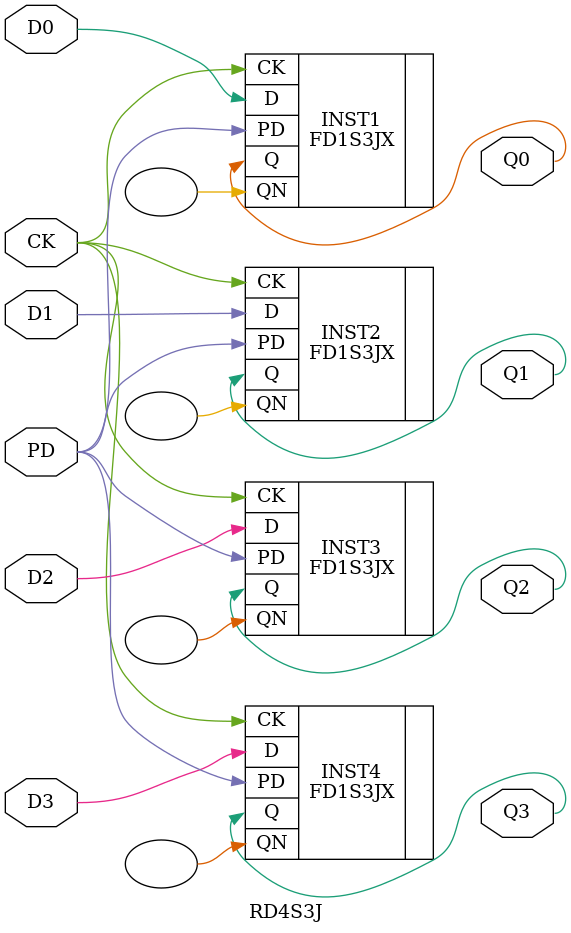
<source format=v>
`resetall
`timescale 1 ns / 100 ps

/* Created by DB2VERILOG Version 1.0.1.1 on Tue May 17 10:53:41 1994 */
/* module compiled from "lsl2db 3.6.4" run */

`celldefine
module RD4S3J (D0, D1, D2, D3, CK, PD, Q0, Q1, Q2, Q3);
input  D0, D1, D2, D3, CK, PD;
output Q0, Q1, Q2, Q3;
FD1S3JX INST1 (.D(D0), .CK(CK), .PD(PD), .Q(Q0), .QN());
FD1S3JX INST2 (.D(D1), .CK(CK), .PD(PD), .Q(Q1), .QN());
FD1S3JX INST3 (.D(D2), .CK(CK), .PD(PD), .Q(Q2), .QN());
FD1S3JX INST4 (.D(D3), .CK(CK), .PD(PD), .Q(Q3), .QN());

endmodule
`endcelldefine

</source>
